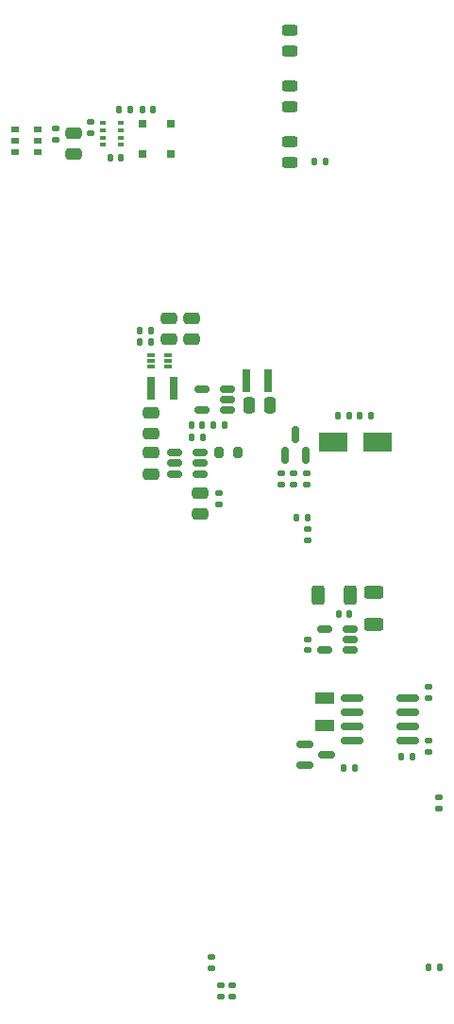
<source format=gbr>
%TF.GenerationSoftware,KiCad,Pcbnew,(6.0.9)*%
%TF.CreationDate,2023-05-10T12:51:21+05:30*%
%TF.ProjectId,WeatherKids_Compact(V1.0),57656174-6865-4724-9b69-64735f436f6d,rev?*%
%TF.SameCoordinates,Original*%
%TF.FileFunction,Paste,Top*%
%TF.FilePolarity,Positive*%
%FSLAX46Y46*%
G04 Gerber Fmt 4.6, Leading zero omitted, Abs format (unit mm)*
G04 Created by KiCad (PCBNEW (6.0.9)) date 2023-05-10 12:51:21*
%MOMM*%
%LPD*%
G01*
G04 APERTURE LIST*
G04 Aperture macros list*
%AMRoundRect*
0 Rectangle with rounded corners*
0 $1 Rounding radius*
0 $2 $3 $4 $5 $6 $7 $8 $9 X,Y pos of 4 corners*
0 Add a 4 corners polygon primitive as box body*
4,1,4,$2,$3,$4,$5,$6,$7,$8,$9,$2,$3,0*
0 Add four circle primitives for the rounded corners*
1,1,$1+$1,$2,$3*
1,1,$1+$1,$4,$5*
1,1,$1+$1,$6,$7*
1,1,$1+$1,$8,$9*
0 Add four rect primitives between the rounded corners*
20,1,$1+$1,$2,$3,$4,$5,0*
20,1,$1+$1,$4,$5,$6,$7,0*
20,1,$1+$1,$6,$7,$8,$9,0*
20,1,$1+$1,$8,$9,$2,$3,0*%
G04 Aperture macros list end*
%ADD10RoundRect,0.150000X-0.587500X-0.150000X0.587500X-0.150000X0.587500X0.150000X-0.587500X0.150000X0*%
%ADD11RoundRect,0.250000X-0.475000X0.250000X-0.475000X-0.250000X0.475000X-0.250000X0.475000X0.250000X0*%
%ADD12R,0.800000X2.000000*%
%ADD13RoundRect,0.150000X0.512500X0.150000X-0.512500X0.150000X-0.512500X-0.150000X0.512500X-0.150000X0*%
%ADD14RoundRect,0.135000X0.185000X-0.135000X0.185000X0.135000X-0.185000X0.135000X-0.185000X-0.135000X0*%
%ADD15RoundRect,0.150000X-0.825000X-0.150000X0.825000X-0.150000X0.825000X0.150000X-0.825000X0.150000X0*%
%ADD16RoundRect,0.135000X-0.185000X0.135000X-0.185000X-0.135000X0.185000X-0.135000X0.185000X0.135000X0*%
%ADD17R,1.800000X1.000000*%
%ADD18RoundRect,0.243750X0.456250X-0.243750X0.456250X0.243750X-0.456250X0.243750X-0.456250X-0.243750X0*%
%ADD19RoundRect,0.250000X0.625000X-0.312500X0.625000X0.312500X-0.625000X0.312500X-0.625000X-0.312500X0*%
%ADD20RoundRect,0.243750X-0.456250X0.243750X-0.456250X-0.243750X0.456250X-0.243750X0.456250X0.243750X0*%
%ADD21RoundRect,0.150000X-0.512500X-0.150000X0.512500X-0.150000X0.512500X0.150000X-0.512500X0.150000X0*%
%ADD22R,0.800000X0.500000*%
%ADD23RoundRect,0.135000X0.135000X0.185000X-0.135000X0.185000X-0.135000X-0.185000X0.135000X-0.185000X0*%
%ADD24RoundRect,0.135000X-0.135000X-0.185000X0.135000X-0.185000X0.135000X0.185000X-0.135000X0.185000X0*%
%ADD25R,0.500000X0.350000*%
%ADD26RoundRect,0.140000X-0.140000X-0.170000X0.140000X-0.170000X0.140000X0.170000X-0.140000X0.170000X0*%
%ADD27RoundRect,0.140000X0.170000X-0.140000X0.170000X0.140000X-0.170000X0.140000X-0.170000X-0.140000X0*%
%ADD28RoundRect,0.200000X-0.200000X-0.275000X0.200000X-0.275000X0.200000X0.275000X-0.200000X0.275000X0*%
%ADD29RoundRect,0.250000X0.475000X-0.250000X0.475000X0.250000X-0.475000X0.250000X-0.475000X-0.250000X0*%
%ADD30RoundRect,0.140000X0.140000X0.170000X-0.140000X0.170000X-0.140000X-0.170000X0.140000X-0.170000X0*%
%ADD31RoundRect,0.250000X-0.312500X-0.625000X0.312500X-0.625000X0.312500X0.625000X-0.312500X0.625000X0*%
%ADD32RoundRect,0.140000X-0.170000X0.140000X-0.170000X-0.140000X0.170000X-0.140000X0.170000X0.140000X0*%
%ADD33R,2.500000X1.800000*%
%ADD34RoundRect,0.250000X0.250000X0.475000X-0.250000X0.475000X-0.250000X-0.475000X0.250000X-0.475000X0*%
%ADD35R,0.800000X0.800000*%
%ADD36R,0.670001X0.299999*%
%ADD37RoundRect,0.150000X0.150000X-0.587500X0.150000X0.587500X-0.150000X0.587500X-0.150000X-0.587500X0*%
G04 APERTURE END LIST*
D10*
%TO.C,D4*%
X31412500Y-66600000D03*
X31412500Y-68500000D03*
X33287500Y-67550000D03*
%TD*%
D11*
%TO.C,C11*%
X17600000Y-36850000D03*
X17600000Y-38750000D03*
%TD*%
D12*
%TO.C,L1*%
X17600000Y-34700000D03*
X19600000Y-34700000D03*
%TD*%
D13*
%TO.C,U2*%
X35450000Y-58150000D03*
X35450000Y-57200000D03*
X35450000Y-56250000D03*
X33175000Y-56250000D03*
X33175000Y-58150000D03*
%TD*%
D14*
%TO.C,R10*%
X31550000Y-43310000D03*
X31550000Y-42290000D03*
%TD*%
D15*
%TO.C,U9*%
X35650000Y-62450000D03*
X35650000Y-63720000D03*
X35650000Y-64990000D03*
X35650000Y-66260000D03*
X40600000Y-66260000D03*
X40600000Y-64990000D03*
X40600000Y-63720000D03*
X40600000Y-62450000D03*
%TD*%
D16*
%TO.C,R9*%
X12200000Y-10790000D03*
X12200000Y-11810000D03*
%TD*%
D17*
%TO.C,Y1*%
X33125000Y-64950000D03*
X33125000Y-62450000D03*
%TD*%
D18*
%TO.C,D5*%
X30000000Y-14437500D03*
X30000000Y-12562500D03*
%TD*%
D19*
%TO.C,R26*%
X37600000Y-55862500D03*
X37600000Y-52937500D03*
%TD*%
D20*
%TO.C,D2*%
X30000000Y-2562500D03*
X30000000Y-4437500D03*
%TD*%
D11*
%TO.C,C5*%
X10600000Y-11800000D03*
X10600000Y-13700000D03*
%TD*%
D21*
%TO.C,U6*%
X19725000Y-40450000D03*
X19725000Y-41400000D03*
X19725000Y-42350000D03*
X22000000Y-42350000D03*
X22000000Y-41400000D03*
X22000000Y-40450000D03*
%TD*%
D22*
%TO.C,U5*%
X7400000Y-13500000D03*
X7400000Y-12500000D03*
X7400000Y-11500000D03*
X5400000Y-11500000D03*
X5400000Y-12500000D03*
X5400000Y-13500000D03*
%TD*%
D23*
%TO.C,R3*%
X35320000Y-37100000D03*
X34300000Y-37100000D03*
%TD*%
D24*
%TO.C,R18*%
X21180000Y-39100000D03*
X22200000Y-39100000D03*
%TD*%
%TO.C,R5*%
X42490000Y-86600000D03*
X43510000Y-86600000D03*
%TD*%
D23*
%TO.C,R25*%
X33210000Y-14400000D03*
X32190000Y-14400000D03*
%TD*%
%TO.C,R24*%
X41010000Y-67700000D03*
X39990000Y-67700000D03*
%TD*%
D14*
%TO.C,R14*%
X23650000Y-45110000D03*
X23650000Y-44090000D03*
%TD*%
D25*
%TO.C,U3*%
X13300000Y-12875000D03*
X13300000Y-12225000D03*
X13300000Y-11575000D03*
X13300000Y-10925000D03*
X14900000Y-10925000D03*
X14900000Y-11575000D03*
X14900000Y-12225000D03*
X14900000Y-12875000D03*
%TD*%
D26*
%TO.C,C10*%
X21210000Y-38000000D03*
X22170000Y-38000000D03*
%TD*%
D14*
%TO.C,R23*%
X43400000Y-72360000D03*
X43400000Y-71340000D03*
%TD*%
D16*
%TO.C,R4*%
X9000000Y-11390000D03*
X9000000Y-12410000D03*
%TD*%
%TO.C,R6*%
X30400000Y-42290000D03*
X30400000Y-43310000D03*
%TD*%
D18*
%TO.C,D1*%
X30000000Y-9437500D03*
X30000000Y-7562500D03*
%TD*%
D23*
%TO.C,R13*%
X31660000Y-46300000D03*
X30640000Y-46300000D03*
%TD*%
D26*
%TO.C,C3*%
X34420000Y-54900000D03*
X35380000Y-54900000D03*
%TD*%
D27*
%TO.C,C2*%
X42450000Y-62430000D03*
X42450000Y-61470000D03*
%TD*%
D14*
%TO.C,R12*%
X31650000Y-48310000D03*
X31650000Y-47290000D03*
%TD*%
D28*
%TO.C,R17*%
X23675000Y-40450000D03*
X25325000Y-40450000D03*
%TD*%
D29*
%TO.C,C16*%
X22000000Y-45950000D03*
X22000000Y-44050000D03*
%TD*%
D30*
%TO.C,C4*%
X14900000Y-14000000D03*
X13940000Y-14000000D03*
%TD*%
D23*
%TO.C,R19*%
X17610000Y-29500000D03*
X16590000Y-29500000D03*
%TD*%
D14*
%TO.C,R22*%
X42450000Y-67320000D03*
X42450000Y-66300000D03*
%TD*%
D29*
%TO.C,C15*%
X17600000Y-42350000D03*
X17600000Y-40450000D03*
%TD*%
%TO.C,C13*%
X19150000Y-30300000D03*
X19150000Y-28400000D03*
%TD*%
D31*
%TO.C,R2*%
X32537500Y-53200000D03*
X35462500Y-53200000D03*
%TD*%
D24*
%TO.C,R1*%
X34840000Y-68750000D03*
X35860000Y-68750000D03*
%TD*%
D26*
%TO.C,C7*%
X16820000Y-9700000D03*
X17780000Y-9700000D03*
%TD*%
D23*
%TO.C,R8*%
X15710000Y-9700000D03*
X14690000Y-9700000D03*
%TD*%
D32*
%TO.C,C6*%
X31662500Y-57200000D03*
X31662500Y-58160000D03*
%TD*%
D33*
%TO.C,D6*%
X33900000Y-39500000D03*
X37900000Y-39500000D03*
%TD*%
D16*
%TO.C,R11*%
X29300000Y-42300000D03*
X29300000Y-43320000D03*
%TD*%
D24*
%TO.C,R7*%
X36290000Y-37100000D03*
X37310000Y-37100000D03*
%TD*%
D34*
%TO.C,C12*%
X28240000Y-36200000D03*
X26340000Y-36200000D03*
%TD*%
D23*
%TO.C,R21*%
X17610000Y-30550000D03*
X16590000Y-30550000D03*
%TD*%
D32*
%TO.C,C9*%
X23800000Y-88220000D03*
X23800000Y-89180000D03*
%TD*%
D35*
%TO.C,U4*%
X16830000Y-13700000D03*
X19370000Y-13700000D03*
X19370000Y-11000000D03*
X16830000Y-11000000D03*
%TD*%
D12*
%TO.C,L2*%
X26090000Y-34000000D03*
X28090000Y-34000000D03*
%TD*%
D16*
%TO.C,R16*%
X24900000Y-88190000D03*
X24900000Y-89210000D03*
%TD*%
D36*
%TO.C,U1*%
X19090001Y-32249997D03*
X17609999Y-32749999D03*
X19090001Y-31749998D03*
X17609999Y-32249997D03*
X19090001Y-32749999D03*
X17609999Y-31749998D03*
%TD*%
D37*
%TO.C,Q1*%
X29600000Y-40700000D03*
X31500000Y-40700000D03*
X30550000Y-38825000D03*
%TD*%
D24*
%TO.C,R20*%
X23180000Y-38000000D03*
X24200000Y-38000000D03*
%TD*%
D16*
%TO.C,R15*%
X23000000Y-85640000D03*
X23000000Y-86660000D03*
%TD*%
D13*
%TO.C,U7*%
X24427500Y-36650000D03*
X24427500Y-35700000D03*
X24427500Y-34750000D03*
X22152500Y-34750000D03*
X22152500Y-36650000D03*
%TD*%
D29*
%TO.C,C8*%
X21250000Y-30300000D03*
X21250000Y-28400000D03*
%TD*%
M02*

</source>
